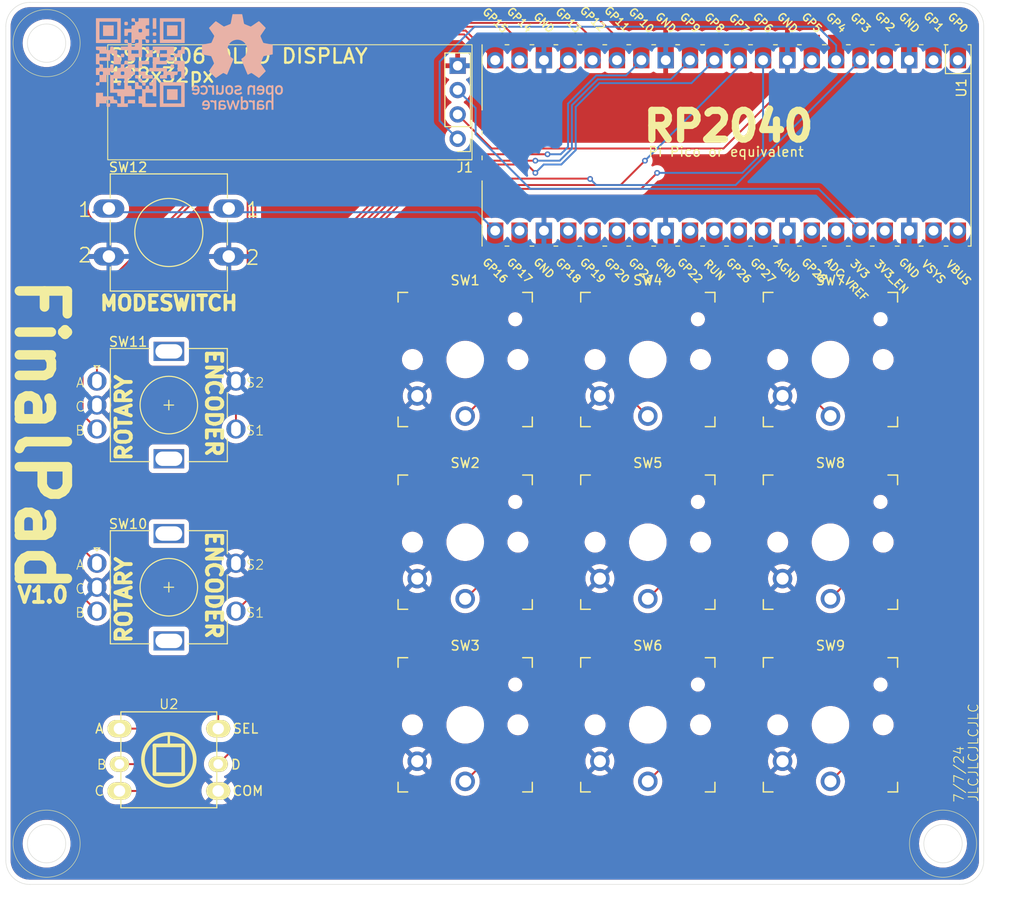
<source format=kicad_pcb>
(kicad_pcb (version 20240108) (generator "pcbnew") (generator_version "8.0")
  (title_block (title "FinalPad") (date "2024-07-06") (rev "1.0") (company "Shawn Malluwa-Wadu"))
  (layers (0 "F.Cu" signal) (31 "B.Cu" signal) (34 "B.Paste" user) (35 "F.Paste" user) (36 "B.SilkS" user "B.Silkscreen") (37 "F.SilkS" user "F.Silkscreen") (38 "B.Mask" user) (39 "F.Mask" user) (44 "Edge.Cuts" user))
  (net 0 "")
  (net 1 "GND")
  (net 2 "Net-(U1-GPIO17)")
  (net 3 "Net-(U1-GPIO20)")
  (net 4 "Net-(U1-GPIO26_ADC0)")
  (net 5 "Net-(U1-GPIO18)")
  (net 6 "Net-(U1-GPIO21)")
  (net 7 "Net-(U1-GPIO27_ADC1)")
  (net 8 "Net-(U1-GPIO19)")
  (net 9 "Net-(U1-GPIO22)")
  (net 10 "Net-(U1-GPIO28_ADC2)")
  (net 11 "Net-(U1-GPIO9)")
  (net 12 "Net-(U1-GPIO7)")
  (net 13 "Net-(U1-GPIO8)")
  (net 14 "Net-(U1-GPIO6)")
  (net 15 "Net-(U1-GPIO3)")
  (net 16 "Net-(J1-Pin_1)")
  (net 17 "Net-(J1-Pin_2)")
  (net 18 "3v3")
  (net 19 "Net-(U1-GPIO12)")
  (net 20 "Net-(U1-GPIO10)")
  (net 21 "Net-(U1-GPIO11)")
  (net 22 "Net-(U1-GPIO14)")
  (net 23 "Net-(U1-GPIO15)")
  (net 24 "Net-(U1-GPIO13)")
  (net 25 "Net-(U1-GPIO16)")
  (footprint "Macropad_Library:SW_PG1350" (layer "F.Cu") (at 212.55 96.8)
    (property "Reference" "SW8" (at 0 -8.255 0) (layer "F.SilkS"))
    (property "Value" "Kailh Choc")
    (pad "" np_thru_hole circle (at -5.5 0) (size 1.7018 1.7018) (drill 1.7018) (layers "*.Cu" "*.Mask"))
    (pad "" np_thru_hole circle (at 0 0) (size 3.429 3.429) (drill 3.429) (layers "*.Cu" "*.Mask"))
    (pad "" np_thru_hole circle (at 5.22 -4.2) (size 0.9906 0.9906) (drill 0.9906) (layers "*.Cu" "*.Mask"))
    (pad "" np_thru_hole circle (at 5.5 0) (size 1.7018 1.7018) (drill 1.7018) (layers "*.Cu" "*.Mask"))
    (pad "1" thru_hole circle (at 0 5.9) (size 2.032 2.032) (drill 1.27) (layers "*.Cu" "*.Mask") (net 9 "Net-(U1-GPIO22)"))
    (pad "2" thru_hole circle (at -5 3.8) (size 2.032 2.032) (drill 1.27) (layers "*.Cu" "*.Mask") (net 1 "GND"))
  )
  (footprint "Macropad_Library:RotaryEncoder" (layer "F.Cu") (at 143.54 82.5)
    (property "Reference" "SW11" (at -4.25 -6.6 0) (layer "F.SilkS"))
    (property "Value" "RotaryEncoder_Switch")
    (fp_text user "ENCODER" (at 3.75 -6 -90) (layer "F.SilkS") (effects (font (size 1.6 1.6) (thickness 0.4) (bold yes)) (justify left bottom)))
    (fp_text user "A" (at -9.25 -1.75 0) (layer "F.SilkS") (effects (font (thickness 0.1)) (justify bottom)))
    (fp_text user "B" (at -9.25 3.25 0) (layer "F.SilkS") (effects (font (thickness 0.1)) (justify bottom)))
    (fp_text user "S2" (at 9 -1.75 0) (layer "F.SilkS") (effects (font (thickness 0.1)) (justify bottom)))
    (fp_text user "C" (at -9.25 0.75 0) (layer "F.SilkS") (effects (font (thickness 0.1)) (justify bottom)))
    (fp_text user "S1" (at 9 3.25 0) (layer "F.SilkS") (effects (font (thickness 0.1)) (justify bottom)))
    (fp_text user "ROTARY" (at -3.75 6 90) (layer "F.SilkS") (effects (font (size 1.6 1.6) (thickness 0.4) (bold yes)) (justify left bottom)))
    (pad "A" thru_hole circle (at -7.5 -2.5) (size 2 2) (drill oval 1 1.5) (layers "*.Cu" "*.Mask") (net 23 "Net-(U1-GPIO15)"))
    (pad "B" thru_hole circle (at -7.5 2.5) (size 2 2) (drill oval 1 1.5) (layers "*.Cu" "*.Mask") (net 22 "Net-(U1-GPIO14)"))
    (pad "C" thru_hole circle (at -7.5 0) (size 2 2) (drill oval 1 1.5) (layers "*.Cu" "*.Mask") (net 1 "GND"))
    (pad "MP" thru_hole rect (at 0 -5.6) (size 3.2 2) (drill oval 2.8 1.5) (layers "*.Cu" "*.Mask"))
    (pad "MP" thru_hole rect (at 0 5.6) (size 3.2 2) (drill oval 2.8 1.5) (layers "*.Cu" "*.Mask"))
    (pad "S1" thru_hole circle (at 7 2.5) (size 2 2) (drill oval 1 1.5) (layers "*.Cu" "*.Mask") (net 24 "Net-(U1-GPIO13)"))
    (pad "S2" thru_hole circle (at 7 -2.5) (size 2 2) (drill oval 1 1.5) (layers "*.Cu" "*.Mask") (net 1 "GND"))
  )
  (footprint "Macropad_Library:SW_PG1350" (layer "F.Cu") (at 193.5 77.75)
    (property "Reference" "SW4" (at 0 -8.255 0) (layer "F.SilkS"))
    (property "Value" "Kailh Choc")
    (pad "" np_thru_hole circle (at -5.5 0) (size 1.7018 1.7018) (drill 1.7018) (layers "*.Cu" "*.Mask"))
    (pad "" np_thru_hole circle (at 0 0) (size 3.429 3.429) (drill 3.429) (layers "*.Cu" "*.Mask"))
    (pad "" np_thru_hole circle (at 5.22 -4.2) (size 0.9906 0.9906) (drill 0.9906) (layers "*.Cu" "*.Mask"))
    (pad "" np_thru_hole circle (at 5.5 0) (size 1.7018 1.7018) (drill 1.7018) (layers "*.Cu" "*.Mask"))
    (pad "1" thru_hole circle (at 0 5.9) (size 2.032 2.032) (drill 1.27) (layers "*.Cu" "*.Mask") (net 5 "Net-(U1-GPIO18)"))
    (pad "2" thru_hole circle (at -5 3.8) (size 2.032 2.032) (drill 1.27) (layers "*.Cu" "*.Mask") (net 1 "GND"))
  )
  (footprint "Macropad_Library:SW_PG1350" (layer "F.Cu") (at 174.45 96.8)
    (property "Reference" "SW2" (at 0 -8.255 0) (layer "F.SilkS"))
    (property "Value" "Kailh Choc")
    (pad "" np_thru_hole circle (at -5.5 0) (size 1.7018 1.7018) (drill 1.7018) (layers "*.Cu" "*.Mask"))
    (pad "" np_thru_hole circle (at 0 0) (size 3.429 3.429) (drill 3.429) (layers "*.Cu" "*.Mask"))
    (pad "" np_thru_hole circle (at 5.22 -4.2) (size 0.9906 0.9906) (drill 0.9906) (layers "*.Cu" "*.Mask"))
    (pad "" np_thru_hole circle (at 5.5 0) (size 1.7018 1.7018) (drill 1.7018) (layers "*.Cu" "*.Mask"))
    (pad "1" thru_hole circle (at 0 5.9) (size 2.032 2.032) (drill 1.27) (layers "*.Cu" "*.Mask") (net 3 "Net-(U1-GPIO20)"))
    (pad "2" thru_hole circle (at -5 3.8) (size 2.032 2.032) (drill 1.27) (layers "*.Cu" "*.Mask") (net 1 "GND"))
  )
  (footprint "Macropad_Library:RotaryEncoder" (layer "F.Cu") (at 143.54 101.5)
    (property "Reference" "SW10" (at -4.25 -6.6 0) (layer "F.SilkS"))
    (property "Value" "RotaryEncoder_Switch")
    (fp_text user "S1" (at 9 3.25 0) (layer "F.SilkS") (effects (font (thickness 0.1)) (justify bottom)))
    (fp_text user "C" (at -9.25 0.75 0) (layer "F.SilkS") (effects (font (thickness 0.1)) (justify bottom)))
    (fp_text user "A" (at -9.25 -1.75 0) (layer "F.SilkS") (effects (font (thickness 0.1)) (justify bottom)))
    (fp_text user "B" (at -9.25 3.25 0) (layer "F.SilkS") (effects (font (thickness 0.1)) (justify bottom)))
    (fp_text user "S2" (at 9 -1.75 0) (layer "F.SilkS") (effects (font (thickness 0.1)) (justify bottom)))
    (fp_text user "ROTARY" (at -3.75 6 90) (layer "F.SilkS") (effects (font (size 1.6 1.6) (thickness 0.4) (bold yes)) (justify left bottom)))
    (fp_text user "ENCODER" (at 3.75 -6 -90) (layer "F.SilkS") (effects (font (size 1.6 1.6) (thickness 0.4) (bold yes)) (justify left bottom)))
    (pad "A" thru_hole circle (at -7.5 -2.5) (size 2 2) (drill oval 1 1.5) (layers "*.Cu" "*.Mask") (net 19 "Net-(U1-GPIO12)"))
    (pad "B" thru_hole circle (at -7.5 2.5) (size 2 2) (drill oval 1 1.5) (layers "*.Cu" "*.Mask") (net 21 "Net-(U1-GPIO11)"))
    (pad "C" thru_hole circle (at -7.5 0) (size 2 2) (drill oval 1 1.5) (layers "*.Cu" "*.Mask") (net 1 "GND"))
    (pad "MP" thru_hole rect (at 0 -5.6) (size 3.2 2) (drill oval 2.8 1.5) (layers "*.Cu" "*.Mask"))
    (pad "MP" thru_hole rect (at 0 5.6) (size 3.2 2) (drill oval 2.8 1.5) (layers "*.Cu" "*.Mask"))
    (pad "S1" thru_hole circle (at 7 2.5) (size 2 2) (drill oval 1 1.5) (layers "*.Cu" "*.Mask") (net 20 "Net-(U1-GPIO10)"))
    (pad "S2" thru_hole circle (at 7 -2.5) (size 2 2) (drill oval 1 1.5) (layers "*.Cu" "*.Mask") (net 1 "GND"))
  )
  (footprint "Macropad_Library:SW_PG1350" (layer "F.Cu") (at 193.5 96.8)
    (property "Reference" "SW5" (at 0 -8.255 0) (layer "F.SilkS"))
    (property "Value" "CherryMX")
    (pad "" np_thru_hole circle (at -5.5 0) (size 1.7018 1.7018) (drill 1.7018) (layers "*.Cu" "*.Mask"))
    (pad "" np_thru_hole circle (at 0 0) (size 3.429 3.429) (drill 3.429) (layers "*.Cu" "*.Mask"))
    (pad "" np_thru_hole circle (at 5.22 -4.2) (size 0.9906 0.9906) (drill 0.9906) (layers "*.Cu" "*.Mask"))
    (pad "" np_thru_hole circle (at 5.5 0) (size 1.7018 1.7018) (drill 1.7018) (layers "*.Cu" "*.Mask"))
    (pad "1" thru_hole circle (at 0 5.9) (size 2.032 2.032) (drill 1.27) (layers "*.Cu" "*.Mask") (net 6 "Net-(U1-GPIO21)"))
    (pad "2" thru_hole circle (at -5 3.8) (size 2.032 2.032) (drill 1.27) (layers "*.Cu" "*.Mask") (net 1 "GND"))
  )
  (footprint "Macropad_Library:Macropad_EdgeCut" (layer "F.Cu") (at 128.54 40.5)
    (property "Reference" "REF**" (hide yes))
    (property "Value" "Macropad_EdgeCut")
    (fp_line (start -2 89.5) (end -2 2.5) (stroke (width 0.05)) (layer "Edge.Cuts"))
    (fp_line (start 0.5 0) (end 97.5 0) (stroke (width 0.05)) (layer "Edge.Cuts"))
    (fp_line (start 97.5 92) (end 0.5 92) (stroke (width 0.05)) (layer "Edge.Cuts"))
    (fp_line (start 100 2.5) (end 100 89.5) (stroke (width 0.05)) (layer "Edge.Cuts"))
    (fp_arc (start -2 2.5) (mid -1.267767 0.732233) (end 0.5 0) (stroke (width 0.05)) (layer "Edge.Cuts"))
    (fp_arc (start 0.5 92) (mid -1.267767 91.267767) (end -2 89.5) (stroke (width 0.05)) (layer "Edge.Cuts"))
    (fp_arc (start 97.5 0) (mid 99.267767 0.732233) (end 100 2.5) (stroke (width 0.05)) (layer "Edge.Cuts"))
    (fp_arc (start 100 89.5) (mid 99.267767 91.267767) (end 97.5 92) (stroke (width 0.05)) (layer "Edge.Cuts"))
    (fp_circle (center 2.25 4.25) (end 4.25 4.25) (stroke (width 0.05)) (fill none) (layer "Edge.Cuts"))
    (fp_circle (center 2.25 87.75) (end 4.25 87.75) (stroke (width 0.05)) (fill none) (layer "Edge.Cuts"))
    (fp_circle (center 95.75 87.75) (end 97.75 87.75) (stroke (width 0.05)) (fill none) (layer "Edge.Cuts"))
    (fp_text user "FinalPad" (at -1.25 28.25 -90) (layer "F.SilkS") (effects (font (size 5 5) (thickness 1) (bold yes)) (justify left bottom)))
    (fp_text user "7/7/24" (at 98 80.5 90) (layer "F.SilkS") (effects (font (thickness 0.1)) (justify bottom)))
    (fp_text user "V1.0" (at -1 62.75 0) (layer "F.SilkS") (effects (font (size 1.6 1.6) (thickness 0.4) (bold yes)) (justify left bottom)))
    (fp_text user "JLCJLCJLCJLC" (at 99.5 78.25 90) (layer "F.SilkS") (effects (font (thickness 0.1)) (justify bottom)))
  )
  (footprint "Macropad_Library:SSD1306" (layer "F.Cu") (at 173.664936 54.725958 180)
    (property "Reference" "J1" (at -0.75 -3 180) (layer "F.SilkS"))
    (property "Value" "Conn_01x04_Socket" (hide yes))
    (fp_text user "128x32px" (at 36.5 5.75 0) (layer "F.SilkS") (effects (font (size 1.5 1.5) (thickness 0.25) (bold yes)) (justify left bottom)))
    (fp_text user "SSD1306 OLED DISPLAY" (at 36.5 7.75 0) (layer "F.SilkS") (effects (font (size 1.5 1.5) (thickness 0.25) (bold yes)) (justify left bottom)))
    (pad "1" thru_hole circle (at 0 0 180) (size 1.7 1.7) (drill 1) (layers "*.Cu" "*.Mask") (net 16 "Net-(J1-Pin_1)"))
    (pad "2" thru_hole circle (at 0 2.54 180) (size 1.7 1.7) (drill 1) (layers "*.Cu" "*.Mask") (net 17 "Net-(J1-Pin_2)"))
    (pad "3" thru_hole oval (at 0 5.08 180) (size 1.7 1.7) (drill 1) (layers "*.Cu" "*.Mask") (net 18 "3v3"))
    (pad "4" thru_hole rect (at 0 7.62 180) (size 1.7 1.7) (drill 1) (layers "*.Cu" "*.Mask") (net 1 "GND"))
  )
  (footprint "Macropad_Library:SW_PG1350" (layer "F.Cu") (at 174.45 115.85)
    (property "Reference" "SW3" (at 0 -8.255 0) (layer "F.SilkS"))
    (property "Value" "Kailh Choc")
    (pad "" np_thru_hole circle (at -5.5 0) (size 1.7018 1.7018) (drill 1.7018) (layers "*.Cu" "*.Mask"))
    (pad "" np_thru_hole circle (at 0 0) (size 3.429 3.429) (drill 3.429) (layers "*.Cu" "*.Mask"))
    (pad "" np_thru_hole circle (at 5.22 -4.2) (size 0.9906 0.9906) (drill 0.9906) (layers "*.Cu" "*.Mask"))
    (pad "" np_thru_hole circle (at 5.5 0) (size 1.7018 1.7018) (drill 1.7018) (layers "*.Cu" "*.Mask"))
    (pad "1" thru_hole circle (at 0 5.9) (size 2.032 2.032) (drill 1.27) (layers "*.Cu" "*.Mask") (net 4 "Net-(U1-GPIO26_ADC0)"))
    (pad "2" thru_hole circle (at -5 3.8) (size 2.032 2.032) (drill 1.27) (layers "*.Cu" "*.Mask") (net 1 "GND"))
  )
  (footprint "Macropad_Library:SW_PG1350" (layer "F.Cu") (at 212.55 77.75)
    (property "Reference" "SW7" (at 0 -8.255 0) (layer "F.SilkS"))
    (property "Value" "Kailh Choc")
    (pad "" np_thru_hole circle (at -5.5 0) (size 1.7018 1.7018) (drill 1.7018) (layers "*.Cu" "*.Mask"))
    (pad "" np_thru_hole circle (at 0 0) (size 3.429 3.429) (drill 3.429) (layers "*.Cu" "*.Mask"))
    (pad "" np_thru_hole circle (at 5.22 -4.2) (size 0.9906 0.9906) (drill 0.9906) (layers "*.Cu" "*.Mask"))
    (pad "" np_thru_hole circle (at 5.5 0) (size 1.7018 1.7018) (drill 1.7018) (layers "*.Cu" "*.Mask"))
    (pad "1" thru_hole circle (at 0 5.9) (size 2.032 2.032) (drill 1.27) (layers "*.Cu" "*.Mask") (net 8 "Net-(U1-GPIO19)"))
    (pad "2" thru_hole circle (at -5 3.8) (size 2.032 2.032) (drill 1.27) (layers "*.Cu" "*.Mask") (net 1 "GND"))
  )
  (footprint "Macropad_Library:SW_PG1350" (layer "F.Cu") (at 193.5 115.85)
    (property "Reference" "SW6" (at 0 -8.255 0) (layer "F.SilkS"))
    (property "Value" "Kailh Choc")
    (pad "" np_thru_hole circle (at -5.5 0) (size 1.7018 1.7018) (drill 1.7018) (layers "*.Cu" "*.Mask"))
    (pad "" np_thru_hole circle (at 0 0) (size 3.429 3.429) (drill 3.429) (layers "*.Cu" "*.Mask"))
    (pad "" np_thru_hole circle (at 5.22 -4.2) (size 0.9906 0.9906) (drill 0.9906) (layers "*.Cu" "*.Mask"))
    (pad "" np_thru_hole circle (at 5.5 0) (size 1.7018 1.7018) (drill 1.7018) (layers "*.Cu" "*.Mask"))
    (pad "1" thru_hole circle (at 0 5.9) (size 2.032 2.032) (drill 1.27) (layers "*.Cu" "*.Mask") (net 7 "Net-(U1-GPIO27_ADC1)"))
    (pad "2" thru_hole circle (at -5 3.8) (size 2.032 2.032) (drill 1.27) (layers "*.Cu" "*.Mask") (net 1 "GND"))
  )
  (footprint "Macropad_Library:SW_PG1350" (layer "F.Cu") (at 212.55 115.85)
    (property "Reference" "SW9" (at 0 -8.255 0) (layer "F.SilkS"))
    (property "Value" "Kailh Choc")
    (pad "" np_thru_hole circle (at -5.5 0) (size 1.7018 1.7018) (drill 1.7018) (layers "*.Cu" "*.Mask"))
    (pad "" np_thru_hole circle (at 0 0) (size 3.429 3.429) (drill 3.429) (layers "*.Cu" "*.Mask"))
    (pad "" np_thru_hole circle (at 5.22 -4.2) (size 0.9906 0.9906) (drill 0.9906) (layers "*.Cu" "*.Mask"))
    (pad "" np_thru_hole circle (at 5.5 0) (size 1.7018 1.7018) (drill 1.7018) (layers "*.Cu" "*.Mask"))
    (pad "1" thru_hole circle (at 0 5.9) (size 2.032 2.032) (drill 1.27) (layers "*.Cu" "*.Mask") (net 10 "Net-(U1-GPIO28_ADC2)"))
    (pad "2" thru_hole circle (at -5 3.8) (size 2.032 2.032) (drill 1.27) (layers "*.Cu" "*.Mask") (net 1 "GND"))
  )
  (footprint "Macropad_Library:SW_PUSH-12mm" (layer "F.Cu") (at 143.54 64.5)
    (property "Reference" "SW12" (at -4.25 -6.8 0) (layer "F.SilkS"))
    (property "Value" "SW_Push")
    (fp_text user "1" (at 8.75 -1.5 0) (layer "F.SilkS") (effects (font (size 1.5 1.5)) (justify bottom)))
    (fp_text user "2" (at -8.75 3.25 0) (layer "F.SilkS") (effects (font (size 1.5 1.5)) (justify bottom)))
    (fp_text user "1" (at -8.75 -1.5 0) (layer "F.SilkS") (effects (font (size 1.5 1.5)) (justify bottom)))
    (fp_text user "2" (at 8.75 3.5 0) (layer "F.SilkS") (effects (font (size 1.5 1.5)) (justify bottom)))
    (fp_text user "MODESWITCH" (at 0 8.25 0) (layer "F.SilkS") (effects (font (size 1.5 1.5) (thickness 0.375) (bold yes)) (justify bottom)))
    (pad "1" thru_hole oval (at -6.25 -2.5) (size 3.2 1.9) (drill 1.3) (layers "*.Cu" "*.Mask") (net 25 "Net-(U1-GPIO16)"))
    (pad "1" thru_hole oval (at 6.25 -2.5) (size 3.2 1.9) (drill 1.3) (layers "*.Cu" "*.Mask") (net 25 "Net-(U1-GPIO16)"))
    (pad "2" thru_hole oval (at -6.25 2.5) (size 3.2 1.9) (drill 1.3) (layers "*.Cu" "*.Mask") (net 1 "GND"))
    (pad "2" thru_hole oval (at 6.25 2.5) (size 3.2 1.9) (drill 1.3) (layers "*.Cu" "*.Mask") (net 1 "GND"))
  )
  (footprint "Macropad_Library:SW_PG1350" (layer "F.Cu") (at 174.45 77.75)
    (property "Reference" "SW1" (at 0 -8.255 0) (layer "F.SilkS"))
    (property "Value" "Kailh Choc")
    (pad "" np_thru_hole circle (at -5.5 0) (size 1.7018 1.7018) (drill 1.7018) (layers "*.Cu" "*.Mask"))
    (pad "" np_thru_hole circle (at 0 0) (size 3.429 3.429) (drill 3.429) (layers "*.Cu" "*.Mask"))
    (pad "" np_thru_hole circle (at 5.22 -4.2) (size 0.9906 0.9906) (drill 0.9906) (layers "*.Cu" "*.Mask"))
    (pad "" np_thru_hole circle (at 5.5 0) (size 1.7018 1.7018) (drill 1.7018) (layers "*.Cu" "*.Mask"))
    (pad "1" thru_hole circle (at 0 5.9) (size 2.032 2.032) (drill 1.27) (layers "*.Cu" "*.Mask") (net 2 "Net-(U1-GPIO17)"))
    (pad "2" thru_hole circle (at -5 3.8) (size 2.032 2.032) (drill 1.27) (layers "*.Cu" "*.Mask") (net 1 "GND"))
  )
  (footprint "Macropad_Library:RPi_Pico_SMD_TH" (layer "F.Cu") (at 201.712 55.417 -90)
    (property "Reference" "U1" (at -6 -24.5 90) (layer "F.SilkS"))
    (property "Value" "Pico")
    (fp_text user "GP22" (at 13.054 3.81 135) (layer "F.SilkS") (effects (font (size 0.8 0.8))))
    (fp_text user "GP9" (at -12.8 3.81 135) (layer "F.SilkS") (effects (font (size 0.8 0.8))))
    (fp_text user "GP19" (at 13.054 13.97 135) (layer "F.SilkS") (effects (font (size 0.8 0.8))))
    (fp_text user "GP13" (at -13.054 16.51 135) (layer "F.SilkS") (effects (font (size 0.8 0.8))))
    (fp_text user "GND" (at -12.8 -19.05 135) (layer "F.SilkS") (effects (font (size 0.8 0.8))))
    (fp_text user "3V3_EN" (at 13.7 -17.2 135) (layer "F.SilkS") (effects (font (size 0.8 0.8))))
    (fp_text user "GP15" (at -13.054 24.13 135) (layer "F.SilkS") (effects (font (size 0.8 0.8))))
    (fp_text user "GP26" (at 13.054 -1.27 135) (layer "F.SilkS") (effects (font (size 0.8 0.8))))
    (fp_text user "GP7" (at -12.7 -1.3 135) (layer "F.SilkS") (effects (font (size 0.8 0.8))))
    (fp_text user "GP0" (at -12.8 -24.13 135) (layer "F.SilkS") (effects (font (size 0.8 0.8))))
    (fp_text user "GND" (at 12.8 -19.05 135) (layer "F.SilkS") (effects (font (size 0.8 0.8))))
    (fp_text user "Pi Pico or equivalent" (at 1.25 8.25 0) (layer "F.SilkS") (effects (justify left bottom)))
    (fp_text user "GP3" (at -12.8 -13.97 135) (layer "F.SilkS") (effects (font (size 0.8 0.8))))
    (fp_text user "GP28" (at 13.054 -9.144 135) (layer "F.SilkS") (effects (font (size 0.8 0.8))))
    (fp_text user "GND" (at 12.8 6.35 135) (layer "F.SilkS") (effects (font (size 0.8 0.8))))
    (fp_text user "GP27" (at 13.054 -3.8 135) (layer "F.SilkS") (effects (font (size 0.8 0.8))))
    (fp_text user "GND" (at -12.8 19.05 135) (layer "F.SilkS") (effects (font (size 0.8 0.8))))
    (fp_text user "GP18" (at 13.054 16.51 135) (layer "F.SilkS") (effects (font (size 0.8 0.8))))
    (fp_text user "GND" (at -12.8 -6.35 135) (layer "F.SilkS") (effects (font (size 0.8 0.8))))
    (fp_text user "GP20" (at 13.054 11.43 135) (layer "F.SilkS") (effects (font (size 0.8 0.8))))
    (fp_text user "GP14" (at -13.1 21.59 135) (layer "F.SilkS") (effects (font (size 0.8 0.8))))
    (fp_text user "GP4" (at -12.8 -11.43 135) (layer "F.SilkS") (effects (font (size 0.8 0.8))))
    (fp_text user "ADC_VREF" (at 14 -12.5 135) (layer "F.SilkS") (effects (font (size 0.8 0.8))))
    (fp_text user "VBUS" (at 13.3 -24.2 135) (layer "F.SilkS") (effects (font (size 0.8 0.8))))
    (fp_text user "GP21" (at 13.054 8.9 135) (layer "F.SilkS") (effects (font (size 0.8 0.8))))
    (fp_text user "GP10" (at -13.054 8.89 135) (layer "F.SilkS") (effects (font (size 0.8 0.8))))
    (fp_text user "GND" (at -12.8 6.35 135) (layer "F.SilkS") (effects (font (size 0.8 0.8))))
    (fp_text user "GND" (at 12.8 19.05 135) (layer "F.SilkS") (effects (font (size 0.8 0.8))))
    (fp_text user "GP16" (at 13.054 24.13 135) (layer "F.SilkS") (effects (font (size 0.8 0.8))))
    (fp_text user "GP11" (at -13.2 11.43 135) (layer "F.SilkS") (effects (font (size 0.8 0.8))))
    (fp_text user "GP8" (at -12.8 1.27 135) (layer "F.SilkS") (effects (font (size 0.8 0.8))))
    (fp_text user "GP6" (at -12.8 -3.81 135) (layer "F.SilkS") (effects (font (size 0.8 0.8))))
    (fp_text user "GP2" (at -12.9 -16.51 135) (layer "F.SilkS") (effects (font (size 0.8 0.8))))
    (fp_text user "GP5" (at -12.8 -8.89 135) (layer "F.SilkS") (effects (font (size 0.8 0.8))))
    (fp_text user "AGND" (at 13.054 -6.35 135) (layer "F.SilkS") (effects (font (size 0.8 0.8))))
    (fp_text user "GP17" (at 13.054 21.59 135) (layer "F.SilkS") (effects (font (size 0.8 0.8))))
    (fp_text user "GP12" (at -13.2 13.97 135) (layer "F.SilkS") (effects (font (size 0.8 0.8))))
    (fp_text user "RUN" (at 13 1.27 135) (layer "F.SilkS") (effects (font (size 0.8 0.8))))
    (fp_text user "3V3" (at 12.9 -13.9 135) (layer "F.SilkS") (effects (font (size 0.8 0.8))))
    (fp_text user "VSYS" (at 13.2 -21.59 135) (layer "F.SilkS") (effects (font (size 0.8 0.8))))
    (fp_text user "RP2040" (at -0.25 9 0) (layer "F.SilkS") (effects (font (size 3 3) (thickness 0.75) (bold yes)) (justify left bottom)))
    (fp_text user "GP1" (at -12.9 -21.6 135) (layer "F.SilkS") (effects (font (size 0.8 0.8))))
    (pad "1" thru_hole oval (at -8.89 -24.13 270) (size 1.7 1.7) (drill 1.02) (layers "*.Cu" "*.Mask"))
    (pad "1" smd rect (at -8.89 -24.13 270) (size 3.5 1.7) (drill (offset -0.9 0)) (layers "F.Cu" "F.Mask"))
    (pad "2" thru_hole oval (at -8.89 -21.59 270) (size 1.7 1.7) (drill 1.02) (layers "*.Cu" "*.Mask"))
    (pad "2" smd rect (at -8.89 -21.59 270) (size 3.5 1.7) (drill (offset -0.9 0)) (layers "F.Cu" "F.Mask"))
    (pad "3" thru_hole rect (at -8.89 -19.05 270) (size 1.7 1.7) (drill 1.02) (layers "*.Cu" "*.Mask") (net 1 "GND"))
    (pad "3" smd rect (at -8.89 -19.05 270) (size 3.5 1.7) (drill (offset -0.9 0)) (layers "F.Cu" "F.Mask") (net 1 "GND"))
    (pad "4" thru_hole oval (at -8.89 -16.51 270) (size 1.7 1.7) (drill 1.02) (layers "*.Cu" "*.Mask"))
    (pad "4" smd rect (at -8.89 -16.51 270) (size 3.5 1.7) (drill (offset -0.9 0)) (layers "F.Cu" "F.Mask"))
    (pad "5" thru_hole oval (at -8.89 -13.97 270) (size 1.7 1.7) (drill 1.02) (layers "*.Cu" "*.Mask") (net 15 "Net-(U1-GPIO3)"))
    (pad "5" smd rect (at -8.89 -13.97 270) (size 3.5 1.7) (drill (offset -0.9 0)) (layers "F.Cu" "F.Mask") (net 15 "Net-(U1-GPIO3)"))
    (pad "6" thru_hole oval (at -8.89 -11.43 270) (size 1.7 1.7) (drill 1.02) (layers "*.Cu" "*.Mask") (net 16 "Net-(J1-Pin_1)"))
    (pad "6" smd rect (at -8.89 -11.43 270) (size 3.5 1.7) (drill (offset -0.9 0)) (layers "F.Cu" "F.Mask") (net 16 "Net-(J1-Pin_1)"))
    (pad "7" thru_hole oval (at -8.89 -8.89 270) (size 1.7 1.7) (drill 1.02) (layers "*.Cu" "*.Mask") (net 17 "Net-(J1-Pin_2)"))
    (pad "7" smd rect (at -8.89 -8.89 270) (size 3.5 1.7) (drill (offset -0.9 0)) (layers "F.Cu" "F.Mask") (net 17 "Net-(J1-Pin_2)"))
    (pad "8" thru_hole rect (at -8.89 -6.35 270) (size 1.7 1.7) (drill 1.02) (layers "*.Cu" "*.Mask") (net 1 "GND"))
    (pad "8" smd rect (at -8.89 -6.35 270) (size 3.5 1.7) (drill (offset -0.9 0)) (layers "F.Cu" "F.Mask") (net 1 "GND"))
    (pad "9" thru_hole oval (at -8.89 -3.81 270) (size 1.7 1.7) (drill 1.02) (layers "*.Cu" "*.Mask") (net 14 "Net-(U1-GPIO6)"))
    (pad "9" smd rect (at -8.89 -3.81 270) (size 3.5 1.7) (drill (offset -0.9 0)) (layers "F.Cu" "F.Mask") (net 14 "Net-(U1-GPIO6)"))
    (pad "10" thru_hole oval (at -8.89 -1.27 270) (size 1.7 1.7) (drill 1.02) (layers "*.Cu" "*.Mask") (net 12 "Net-(U1-GPIO7)"))
    (pad "10" smd rect (at -8.89 -1.27 270) (size 3.5 1.7) (drill (offset -0.9 0)) (layers "F.Cu" "F.Mask") (net 12 "Net-(U1-GPIO7)"))
    (pad "11" thru_hole oval (at -8.89 1.27 270) (size 1.7 1.7) (drill 1.02) (layers "*.Cu" "*.Mask") (net 13 "Net-(U1-GPIO8)"))
    (pad "11" smd rect (at -8.89 1.27 270) (size 3.5 1.7) (drill (offset -0.9 0)) (layers "F.Cu" "F.Mask") (net 13 "Net-(U1-GPIO8)"))
    (pad "12" thru_hole oval (at -8.89 3.81 270) (size 1.7 1.7) (drill 1.02) (layers "*.Cu" "*.Mask") (net 11 "Net-(U1-GPIO9)"))
    (pad "12" smd rect (at -8.89 3.81 270) (size 3.5 1.7) (drill (offset -0.9 0)) (layers "F.Cu" "F.Mask") (net 11 "Net-(U1-GPIO9)"))
    (pad "13" thru_hole rect (at -8.89 6.35 270) (size 1.7 1.7) (drill 1.02) (layers "*.Cu" "*.Mask") (net 1 "GND"))
    (pad "13" smd rect (at -8.89 6.35 270) (size 3.5 1.7) (drill (offset -0.9 0)) (layers "F.Cu" "F.Mask") (net 1 "GND"))
    (pad "14" thru_hole oval (at -8.89 8.89 270) (size 1.7 1.7) (drill 1.02) (layers "*.Cu" "*.Mask") (net 20 "Net-(U1-GPIO10)"))
    (pad "14" smd rect (at -8.89 8.89 270) (size 3.5 1.7) (drill (offset -0.9 0)) (layers "F.Cu" "F.Mask") (net 20 "Net-(U1-GPIO10)"))
    (pad "15" thru_hole oval (at -8.89 11.43 270) (size 1.7 1.7) (drill 1.02) (layers "*.Cu" "*.Mask") (net 21 "Net-(U1-GPIO11)"))
    (pad "15" smd rect (at -8.89 11.43 270) (size 3.5 1.7) (drill (offset -0.9 0)) (layers "F.Cu" "F.Mask") (net 21 "Net-(U1-GPIO11)"))
    (pad "16" thru_hole oval (at -8.89 13.97 270) (size 1.7 1.7) (drill 1.02) (layers "*.Cu" "*.Mask") (net 19 "Net-(U1-GPIO12)"))
    (pad "16" smd rect (at -8.89 13.97 270) (size 3.5 1.7) (drill (offset -0.9 0)) (layers "F.Cu" "F.Mask") (net 19 "Net-(U1-GPIO12)"))
    (pad "17" thru_hole oval (at -8.89 16.51 270) (size 1.7 1.7) (drill 1.02) (layers "*.Cu" "*.Mask") (net 24 "Net-(U1-GPIO13)"))
    (pad "17" smd rect (at -8.89 16.51 270) (size 3.5 1.7) (drill (offset -0.9 0)) (layers "F.Cu" "F.Mask") (net 24 "Net-(U1-GPIO13)"))
    (pad "18" thru_hole rect (at -8.89 19.05 270) (size 1.7 1.7) (drill 1.02) (layers "*.Cu" "*.Mask") (net 1 "GND"))
    (pad "18" smd rect (at -8.89 19.05 270) (size 3.5 1.7) (drill (offset -0.9 0)) (layers "F.Cu" "F.Mask") (net 1 "GND"))
    (pad "19" thru_hole oval (at -8.89 21.59 270) (size 1.7 1.7) (drill 1.02) (layers "*.Cu" "*.Mask") (net 22 "Net-(U1-GPIO14)"))
    (pad "19" smd rect (at -8.89 21.59 270) (size 3.5 1.7) (drill (offset -0.9 0)) (layers "F.Cu" "F.Mask") (net 22 "Net-(U1-GPIO14)"))
    (pad "20" thru_hole oval (at -8.89 24.13 270) (size 1.7 1.7) (drill 1.02) (layers "*.Cu" "*.Mask") (net 23 "Net-(U1-GPIO15)"))
    (pad "20" smd rect (at -8.89 24.13 270) (size 3.5 1.7) (drill (offset -0.9 0)) (layers "F.Cu" "F.Mask") (net 23 "Net-(U1-GPIO15)"))
    (pad "21" thru_hole oval (at 8.89 24.13 270) (size 1.7 1.7) (drill 1.02) (layers "*.Cu" "*.Mask") (net 25 "Net-(U1-GPIO16)"))
    (pad "21" smd rect (at 8.89 24.13 270) (size 3.5 1.7) (drill (offset 0.9 0)) (layers "F.Cu" "F.Mask") (net 25 "Net-(U1-GPIO16)"))
    (pad "22" thru_hole oval (at 8.89 21.59 270) (size 1.7 1.7) (drill 1.02) (layers "*.Cu" "*.Mask") (net 2 "Net-(U1-GPIO17)"))
    (pad "22" smd rect (at 8.89 21.59 270) (size 3.5 1.7) (drill (offset 0.9 0)) (layers "F.Cu" "F.Mask") (net 2 "Net-(U1-GPIO17)"))
    (pad "23" thru_hole rect (at 8.89 19.05 270) (size 1.7 1.7) (drill 1.02) (layers "*.Cu" "*.Mask") (net 1 "GND"))
    (pad "23" smd rect (at 8.89 19.05 270) (size 3.5 1.7) (drill (offset 0.9 0)) (layers "F.Cu" "F.Mask") (net 1 "GND"))
    (pad "24" thru_hole oval (at 8.89 16.51 270) (size 1.7 1.7) (drill 1.02) (layers "*.Cu" "*.Mask") (net 5 "Net-(U1-GPIO18)"))
    (pad "24" smd rect (at 8.89 16.51 270) (size 3.5 1.7) (drill (offset 0.9 0)) (layers "F.Cu" "F.Mask") (net 5 "Net-(U1-GPIO18)"))
    (pad "25" thru_hole oval (at 8.89 13.97 270) (size 1.7 1.7) (drill 1.02) (layers "*.Cu" "*.Mask") (net 8 "Net-(U1-GPIO19)"))
    (pad "25" smd rect (at 8.89 13.97 270) (size 3.5 1.7) (drill (offset 0.9 0)) (layers "F.Cu" "F.Mask") (net 8 "Net-(U1-GPIO19)"))
    (pad "26" thru_hole oval (at 8.89 11.43 270) (size 1.7 1.7) (drill 1.02) (layers "*.Cu" "*.Mask") (net 3 "Net-(U1-GPIO20)"))
    (pad "26" smd rect (at 8.89 11.43 270) (size 3.5 1.7) (drill (offset 0.9 0)) (layers "F.Cu" "F.Mask") (net 3 "Net-(U1-GPIO20)"))
    (pad "27" thru_hole oval (at 8.89 8.89 270) (size 1.7 1.7) (drill 1.02) (layers "*.Cu" "*.Mask") (net 6 "Net-(U1-GPIO21)"))
    (pad "27" smd rect (at 8.89 8.89 270) (size 3.5 1.7) (drill (offset 0.9 0)) (layers "F.Cu" "F.Mask") (net 6 "Net-(U1-GPIO21)"))
    (pad "28" thru_hole rect (at 8.89 6.35 270) (size 1.7 1.7) (drill 1.02) (layers "*.Cu" "*.Mask") (net 1 "GND"))
    (pad "28" smd rect (at 8.89 6.35 270) (size 3.5 1.7) (drill (offset 0.9 0)) (layers "F.Cu" "F.Mask") (net 1 "GND"))
    (pad "29" thru_hole oval (at 8.89 3.81 270) (size 1.7 1.7) (drill 1.02) (layers "*.Cu" "*.Mask") (net 9 "Net-(U1-GPIO22)"))
    (pad "29" smd rect (at 8.89 3.81 270) (size 3.5 1.7) (drill (offset 0.9 0)) (layers "F.Cu" "F.Mask") (net 9 "Net-(U1-GPIO22)"))
    (pad "30" thru_hole oval (at 8.89 1.27 270) (size 1.7 1.7) (drill 1.02) (layers "*.Cu" "*.Mask"))
    (pad "30" smd rect (at 8.89 1.27 270) (size 3.5 1.7) (drill (offset 0.9 0)) (layers "F.Cu" "F.Mask"))
    (pad "31" thru_hole oval (at 8.89 -1.27 270) (size 1.7 1.7) (drill 1.02) (layers "*.Cu" "*.Mask") (net 4 "Net-(U1-GPIO26_ADC0)"))
    (pad "31" smd rect (at 8.89 -1.27 270) (size 3.5 1.7) (drill (offset 0.9 0)) (layers "F.Cu" "F.Mask") (net 4 "Net-(U1-GPIO26_ADC0)"))
    (pad "32" thru_hole oval (at 8.89 -3.81 270) (size 1.7 1.7) (drill 1.02) (layers "*.Cu" "*.Mask") (net 7 "Net-(U1-GPIO27_ADC1)"))
    (pad "32" smd rect (at 8.89 -3.81 270) (size 3.5 1.7) (drill (offset 0.9 0)) (layers "F.Cu" "F.Mask") (net 7 "Net-(U1-GPIO27_ADC1)"))
    (pad "33" thru_hole rect (at 8.89 -6.35 270) (size 1.7 1.7) (drill 1.02) (layers "*.Cu" "*.Mask") (net 1 "GND"))
    (pad "33" smd rect (at 8.89 -6.35 270) (size 3.5 1.7) (drill (offset 0.9 0)) (layers "F.Cu" "F.Mask") (net 1 "GND"))
    (pad "34" thru_hole oval (at 8.89 -8.89 270) (size 1.7 1.7) (drill 1.02) (layers "*.Cu" "*.Mask") (net 10 "Net-(U1-GPIO28_ADC2)"))
    (pad "34" smd rect (at 8.89 -8.89 270) (size 3.5 1.7) (drill (offset 0.9 0)) (layers "F.Cu" "F.Mask") (net 10 "Net-(U1-GPIO28_ADC2)"))
    (pad "35" thru_hole oval (at 8.89 -11.43 270) (size 1.7 1.7) (drill 1.02) (layers "*.Cu" "*.Mask"))
    (pad "35" smd rect (at 8.89 -11.43 270) (size 3.5 1.7) (drill (offset 0.9 0)) (layers "F.Cu" "F.Mask"))
    (pad "36" thru_hole oval (at 8.89 -13.97 270) (size 1.7 1.7) (drill 1.02) (layers "*.Cu" "*.Mask") (net 18 "3v3"))
    (pad "36" smd rect (at 8.89 -13.97 270) (size 3.5 1.7) (drill (offset 0.9 0)) (layers "F.Cu" "F.Mask") (net 18 "3v3"))
    (pad "37" thru_hole oval (at 8.89 -16.51 270) (size 1.7 1.7) (drill 1.02) (layers "*.Cu" "*.Mask"))
    (pad "37" smd rect (at 8.89 -16.51 270) (size 3.5 1.7) (drill (offset 0.9 0)) (layers "F.Cu" "F.Mask"))
    (pad "38" thru_hole rect (at 8.89 -19.05 270) (size 1.7 1.7) (drill 1.02) (layers "*.Cu" "*.Mask") (net 1 "GND"))
    (pad "38" smd rect (at 8.89 -19.05 270) (size 3.5 1.7) (drill (offset 0.9 0)) (layers "F.Cu" "F.Mask") (net 1 "GND"))
    (pad "39" thru_hole oval (at 8.89 -21.59 270) (size 1.7 1.7) (drill 1.02) (layers "*.Cu" "*.Mask"))
    (pad "39" smd rect (at 8.89 -21.59 270) (size 3.5 1.7) (drill (offset 0.9 0)) (layers "F.Cu" "F.Mask"))
    (pad "40" thru_hole oval (at 8.89 -24.13 270) (size 1.7 1.7) (drill 1.02) (layers "*.Cu" "*.Mask"))
    (pad "40" smd rect (at 8.89 -24.13 270) (size 3.5 1.7) (drill (offset 0.9 0)) (layers "F.Cu" "F.Mask"))
  )
  (footprint "Macropad_Library:SKQUCAA010" (layer "F.Cu") (at 143.54 119.5)
    (property "Reference" "U2" (at 0 -5.8 0) (layer "F.SilkS") (effects (font (thickness 0.127))))
    (property "Value" "SKQUCAA010" (hide yes))
    (fp_text user "B" (at -7 0.5 0) (layer "F.SilkS") (effects (font (thickness 0.127))))
    (fp_text user "A" (at -7.25 -3.25 0) (layer "F.SilkS"))
    (fp_text user "D" (at 7 0.5 0) (layer "F.SilkS"))
    (fp_text user "C" (at -7.25 3.25 0) (layer "F.SilkS") (effects (font (thickness 0.127))))
    (fp_text user "SEL" (at 8 -3.25 0) (layer "F.SilkS"))
    (fp_text user "COM" (at 8.25 3.25 0) (layer "F.SilkS"))
    (pad "1" thru_hole oval (at -5.15112 -3.2512) (size 2.49936 1.80086) (drill 1.19888) (layers "*.Cu" "*.Mask" "F.SilkS") (net 11 "Net-(U1-GPIO9)"))
    (pad "2" thru_hole oval (at -5.15112 0.45) (size 1.99898 1.6002) (drill 1.00076) (layers "*.Cu" "*.Mask" "F.SilkS") (net 13 "Net-(U1-GPIO8)"))
    (pad "3" thru_hole oval (at -5.15112 3.2512) (size 2.49936 1.80086) (drill 1.19888) (layers "*.Cu" "*.Mask" "F.SilkS") (net 12 "Net-(U1-GPIO7)"))
    (pad "4" thru_hole oval (at 5.15112 3.2512) (size 2.49936 1.80086) (drill 1.19888) (layers "*.Cu" "*.Mask" "F.SilkS") (net 1 "GND"))
    (pad "5" thru_hole oval (at 5.15112 0.45) (size 1.99898 1.6002) (drill 1.00076) (layers "*.Cu" "*.Mask" "F.SilkS") (net 14 "Net-(U1-GPIO6)"))
    (pad "6" thru_hole oval (at 5.15112 -3.2512) (size 2.49936 1.80086) (drill 1.19888) (layers "*.Cu" "*.Mask" "F.SilkS") (net 15 "Net-(U1-GPIO3)"))
  )
  (segment (start 176.54 70.832) (end 176.54 81.56) (width 0.2) (layer "F.Cu") (net 2))
  (segment (start 180.122 64.307) (end 180.122 67.25) (width 0.2) (layer "F.Cu") (net 2))
  (segment (start 180.122 67.25) (end 176.54 70.832) (width 0.2) (layer "F.Cu") (net 2))
  (segment (start 176.54 81.56) (end 174.45 83.65) (width 0.2) (layer "F.Cu") (net 2))
  (segment (start 176.79 89.75) (end 176.79 100.396183) (width 0.2) (layer "F.Cu") (net 3))
  (segment (start 216.908628 86.25) (end 180.29 86.25) (width 0.2) (layer "F.Cu") (net 3))
  (segment (start 174.486183 102.7) (end 174.45 102.7) (width 0.2) (layer "F.Cu") (net 3))
  (segment (start 221.14 82.018628) (end 216.908628 86.25) (width 0.2) (layer "F.Cu") (net 3))
  (segment (start 190.282 64.307) (end 190.282 67.742) (width 0.2) (layer "F.Cu") (net 3))
  (segment (start 190.282 67.742) (end 193.79 71.25) (width 0.2) (layer "F.Cu") (net 3))
  (segment (start 176.79 100.396183) (end 174.486183 102.7) (width 0.2) (layer "F.Cu") (net 3))
  (segment (start 180.29 86.25) (end 176.79 89.75) (width 0.2) (layer "F.Cu") (net 3))
  (segment (start 221.14 75.6) (end 221.14 82.018628) (width 0.2) (layer "F.Cu") (net 3))
  (segment (start 193.79 71.25) (end 216.79 71.25) (width 0.2) (layer "F.Cu") (net 3))
  (segment (start 216.79 71.25) (end 221.14 75.6) (width 0.2) (layer "F.Cu") (net 3))
  (segment (start 176.54 108.75) (end 176.54 119.66) (width 0.2) (layer "F.Cu") (net 4))
  (segment (start 202.982 68.192) (end 204.54 69.75) (width 0.2) (layer "F.Cu") (net 4))
  (segment (start 176.54 119.66) (end 174.45 121.75) (width 0.2) (layer "F.Cu") (net 4))
  (segment (start 216.004 106.236) (end 179.054 106.236) (width 0.2) (layer "F.Cu") (net 4))
  (segment (start 222.34 74.931372) (end 222.34 99.9) (width 0.2) (layer "F.Cu") (net 4))
  (segment (start 222.34 99.9) (end 216.004 106.236) (width 0.2) (layer "F.Cu") (net 4))
  (segment (start 179.054 106.236) (end 176.54 108.75) (width 0.2) (layer "F.Cu") (net 4))
  (segment (start 202.982 64.307) (end 202.982 68.192) (width 0.2) (layer "F.Cu") (net 4))
  (segment (start 204.54 69.75) (end 217.158628 69.75) (width 0.2) (layer "F.Cu") (net 4))
  (segment (start 217.158628 69.75) (end 222.34 74.931372) (width 0.2) (layer "F.Cu") (net 4))
  (segment (start 185.202 67.662) (end 185.202 64.307) (width 0.2) (layer "F.Cu") (net 5))
  (segment (start 193.5 83.65) (end 191.4355 81.5855) (width 0.2) (layer "F.Cu") (net 5))
  (segment (start 191.4355 73.8955) (end 185.202 67.662) (width 0.2) (layer "F.Cu") (net 5))
  (segment (start 191.4355 81.5855) (end 191.4355 73.8955) (width 0.2) (layer "F.Cu") (net 5))
  (segment (start 195.5645 100.6355) (end 195.5645 89.8505) (width 0.2) (layer "F.Cu") (net 6))
  (segment (start 195.5645 89.8505) (end 198.665 86.75) (width 0.2) (layer "F.Cu") (net 6))
  (segment (start 195.79 70.75) (end 192.822 67.782) (width 0.2) (layer "F.Cu") (net 6))
  (segment (start 193.5 102.7) (end 195.5645 100.6355) (width 0.2) (layer "F.Cu") (net 6))
  (segment (start 217.027256 70.75) (end 195.79 70.75) (width 0.2) (layer "F.Cu") (net 6))
  (segment (start 216.974314 86.75) (end 221.54 82.184314) (width 0.2) (layer "F.Cu") (net 6))
  (segment (start 221.54 75.262744) (end 217.027256 70.75) (width 0.2) (layer "F.Cu") (net 6))
  (segment (start 221.54 82.184314) (end 221.54 75.262744) (width 0.2) (layer "F.Cu") (net 6))
  (segment (start 198.665 86.75) (end 216.974314 86.75) (width 0.2) (layer "F.Cu") (net 6))
  (segment (start 192.822 67.782) (end 192.822 64.307) (width 0.2) (layer "F.Cu") (net 6))
  (segment (start 197.904 106.636) (end 195.54 109) (width 0.2) (layer "F.Cu") (net 7))
  (segment (start 195.54 109) (end 195.5645 109.0245) (width 0.2) (layer "F.Cu") (net 7))
  (segment (start 216.169685 106.636) (end 197.904 106.636) (width 0.2) (layer "F.Cu") (net 7))
  (segment (start 205.522 64.307) (end 205.522 68.062) (width 0.2) (layer "F.Cu") (net 7))
  (segment (start 206.71 69.25) (end 217.224314 69.25) (width 0.2) (layer "F.Cu") (net 7))
  (segment (start 222.74 74.765686) (end 222.74 100.065685) (width 0.2) (layer "F.Cu") (net 7))
  (segment (start 195.5645 109.0245) (end 195.5645 119.6855) (width 0.2) (layer "F.Cu") (net 7))
  (segment (start 195.5645 119.6855) (end 193.5 121.75) (width 0.2) (layer "F.Cu") (net 7))
  (segment (start 217.224314 69.25) (end 222.74 74.765686) (width 0.2) (layer "F.Cu") (net 7))
  (segment (start 222.74 100.065685) (end 216.169685 106.636) (width 0.2) (layer "F.Cu") (net 7))
  (segment (start 205.522 68.062) (end 206.71 69.25) (width 0.2) (layer "F.Cu") (net 7))
  (segment (start 187.742 67.702) (end 187.742 64.307) (width 0.2) (layer "F.Cu") (net 8))
  (segment (start 210.4855 74.1955) (end 207.94 71.65) (width 0.2) (layer "F.Cu") (net 8))
  (segment (start 207.94 71.65) (end 191.69 71.65) (width 0.2) (layer "F.Cu") (net 8))
  (segment (start 212.55 83.65) (end 210.4855 81.5855) (width 0.2) (layer "F.Cu") (net 8))
  (segment (start 191.69 71.65) (end 187.742 67.702) (width 0.2) (layer "F.Cu") (net 8))
  (segment (start 210.4855 81.5855) (end 210.4855 74.1955) (width 0.2) (layer "F.Cu") (net 8))
  (segment (start 221.94 75.097058) (end 216.992942 70.15) (width 0.2) (layer "F.Cu") (net 9))
  (segment (start 212.55 102.7) (end 214.6145 100.6355) (width 0.2) (layer "F.Cu") (net 9))
  (segment (start 216.992942 70.15) (end 200.44 70.15) (width 0.2) (layer "F.Cu") (net 9))
  (segment (start 200.44 70.15) (end 197.902 67.612) (width 0.2) (layer "F.Cu") (net 9))
  (segment (start 221.94 82.6) (end 221.94 75.097058) (width 0.2) (layer "F.Cu") (net 9))
  (segment (start 214.6145 100.6355) (end 214.6145 89.9255) (width 0.2) (layer "F.Cu") (net 9))
  (segment (start 214.6145 89.9255) (end 221.94 82.6) (width 0.2) (layer "F.Cu") (net 9))
  (segment (start 197.902 67.612) (end 197.902 64.307) (width 0.2) (layer "F.Cu") (net 9))
  (segment (start 212.04 68.75) (end 217.29 68.75) (width 0.2) (layer "F.Cu") (net 10))
  (segment (start 223.14 100.4) (end 214.6145 108.9255) (width 0.2) (layer "F.Cu") (net 10))
  (segment (start 217.29 68.75) (end 223.14 74.6) (width 0.2) (layer "F.Cu") (net 10))
  (segment (start 210.602 67.312) (end 212.04 68.75) (width 0.2) (layer "F.Cu") (net 10))
  (segment (start 214.6145 108.9255) (end 214.6145 119.6855) (width 0.2) (layer "F.Cu") (net 10))
  (segment (start 223.14 74.6) (end 223.14 100.4) (width 0.2) (layer "F.Cu") (net 10))
  (segment (start 210.602 64.307) (end 210.602 67.312) (width 0.2) (layer "F.Cu") (net 10))
  (segment (start 214.6145 119.6855) (end 212.55 121.75) (width 0.2) (layer "F.Cu") (net 10))
  (segment (start 169.635686 57.01) (end 155.5 71.145686) (width 0.2) (layer "F.Cu") (net 11))
  (segment (start 144.5412 116.2488) (end 138.38888 116.2488) (width 0.2) (layer "F.Cu") (net 11))
  (segment (start 181.77 57.01) (end 169.635686 57.01) (width 0.2) (layer "F.Cu") (net 11))
  (segment (start 155.5 105.29) (end 144.5412 116.2488) (width 0.2) (layer "F.Cu") (net 11))
  (segment (start 155.5 71.145686) (end 155.5 105.29) (width 0.2) (layer "F.Cu") (net 11))
  (via (at 181.77 57.01) (size 0.6) (drill 0.3) (layers "F.Cu" "B.Cu") (net 11))
  (segment (start 185.58 51.225686) (end 188.285686 48.52) (width 0.2) (layer "B.Cu") (net 11))
  (segment (start 195.909 48.52) (end 197.902 46.527) (width 0.2) (layer "B.Cu") (net 11))
  (segment (start 185.58 55.74) (end 185.58 51.225686) (width 0.2) (layer "B.Cu") (net 11))
  (segment (start 181.77 57.01) (end 184.31 57.01) (width 0.2) (layer "B.Cu") (net 11))
  (segment (start 188.285686 48.52) (end 195.909 48.52) (width 0.2) (layer "B.Cu") (net 11))
  (segment (start 184.31 57.01) (end 185.58 55.74) (width 0.2) (layer "B.Cu") (net 11))
  (segment (start 147.54 118) (end 149.79 118) (width 0.2) (layer "F.Cu") (net 12))
  (segment (start 149.79 118) (end 150.79 117) (width 0.2) (layer "F.Cu") (net 12))
  (segment (start 190.66 59.55) (end 193.2 57.01) (width 0.2) (layer "F.Cu") (net 12))
  (segment (start 142.79 122.75) (end 147.54 118) (width 0.2) (layer "F.Cu") (net 12))
  (segment (start 156.7 105.84) (end 156.7 71.92) (width 0.2) (layer "F.Cu") (net 12))
  (segment (start 138.38888 122.7512) (end 138.39008 122.75) (width 0.2) (layer "F.Cu") (net 12))
  (segment (start 156.7 71.92) (end 169.07 59.55) (width 0.2) (layer "F.Cu") (net 12))
  (segment (start 138.39008 122.75) (end 142.79 122.75) (width 0.2) (layer "F.Cu") (net 12))
  (segment (start 169.07 59.55) (end 190.66 59.55) (width 0.2) (layer "F.Cu") (net 12))
  (segment (start 150.79 111.75) (end 156.7 105.84) (width 0.2) (layer "F.Cu") (net 12))
  (segment (start 150.79 117) (end 150.79 111.75) (width 0.2) (layer "F.Cu") (net 12))
  (via (at 193.2 57.01) (size 0.6) (drill 0.3) (layers "F.Cu" "B.Cu") (net 12))
  (segment (start 202.982 47.228) (end 202.982 46.527) (width 0.2) (layer "B.Cu") (net 12))
  (segment (start 193.2 57.01) (end 202.982 47.228) (width 0.2) (layer "B.Cu") (net 12))
  (segment (start 141.405686 119.95) (end 138.38888 119.95) (width 0.2) (layer "F.Cu") (net 13))
  (segment (start 169.94 57.41) (end 155.9 71.45) (width 0.2) (layer "F.Cu") (net 13))
  (segment (start 180.9 57.41) (end 169.94 57.41) (width 0.2) (layer "F.Cu") (net 13))
  (segment (start 181.77 58.28) (end 180.9 57.41) (width 0.2) (layer "F.Cu") (net 13))
  (segment (start 155.9 71.45) (end 155.9 105.455686) (width 0.2) (layer "F.Cu") (net 13))
  (segment (start 155.9 105.455686) (end 141.405686 119.95) (width 0.2) (layer "F.Cu") (net 13))
  (via (at 181.77 58.28) (size 0.6) (drill 0.3) (layers "F.Cu" "B.Cu") (net 13))
  (segment (start 185.98 55.905685) (end 185.98 51.391372) (width 0.2) (layer "B.Cu") (net 13))
  (segment (start 188.451372 48.92) (end 198.049 48.92) (width 0.2) (layer "B.Cu") (net 13))
  (segment (start 182.64 57.41) (end 184.475686 57.41) (width 0.2) (layer "B.Cu") (net 13))
  (segment (start 185.98 51.391372) (end 188.451372 48.92) (width 0.2) (layer "B.Cu") (net 13))
  (segment (start 181.77 58.28) (end 182.64 57.41) (width 0.2) (layer "B.Cu") (net 13))
  (segment (start 198.049 48.92) (end 200.442 46.527) (width 0.2) (layer "B.Cu") (net 13))
  (segment (start 184.475686 57.41) (end 185.98 55.905685) (width 0.2) (layer "B.Cu") (net 13))
  (segment (start 157.1 72.085686) (end 169.235686 59.95) (width 0.2) (layer "F.Cu") (net 14))
  (segment (start 157.1 106.005686) (end 157.1 72.085686) (width 0.2) (layer "F.Cu") (net 14))
  (segment (start 192.8 59.95) (end 194.47 58.28) (width 0.2) (layer "F.Cu") (net 14))
  (segment (start 151.29 117.35112) (end 151.29 111.815686) (width 0.2) (layer "F.Cu") (net 14))
  (segment (start 151.29 111.815686) (end 157.1 106.005686) (width 0.2) (layer "F.Cu") (net 14))
  (segment (start 148.69112 119.95) (end 151.29 117.35112) (width 0.2) (layer "F.Cu") (net 14))
  (segment (start 169.235686 59.95) (end 192.8 59.95) (width 0.2) (layer "F.Cu") (net 14))
  (via (at 194.47 58.28) (size 0.6) (drill 0.3) (layers "F.Cu" "B.Cu") (net 14))
  (segment (start 203.363314 58.28) (end 205.522 56.121314) (width 0.2) (layer "B.Cu") (net 14))
  (segment (start 194.47 58.28) (end 203.363314 58.28) (width 0.2) (layer "B.Cu") (net 14))
  (segment (start 205.522 56.121314) (end 205.522 46.527) (width 0.2) (layer "B.Cu") (net 14))
  (segment (start 156.3 71.615686) (end 156.3 105.621372) (width 0.2) (layer "F.Cu") (net 15))
  (segment (start 148.69112 113.230252) (end 148.69112 116.2488) (width 0.2) (layer "F.Cu") (net 15))
  (segment (start 187.485 58.915) (end 187.45 58.88) (width 0.2) (layer "F.Cu") (net 15))
  (segment (start 187.45 58.88) (end 169.035686 58.88) (width 0.2) (layer "F.Cu") (net 15))
  (segment (start 156.3 105.621372) (end 148.69112 113.230252) (width 0.2) (layer "F.Cu") (net 15))
  (segment (start 169.035686 58.88) (end 156.3 71.615686) (width 0.2) (layer "F.Cu") (net 15))
  (via (at 187.485 58.915) (size 0.6) (drill 0.3) (layers "F.Cu" "B.Cu") (net 15))
  (segment (start 202.659 59.55) (end 215.682 46.527) (width 0.2) (layer "B.Cu") (net 15))
  (segment (start 187.485 58.915) (end 188.12 59.55) (width 0.2) (layer "B.Cu") (net 15))
  (segment (start 188.12 59.55) (end 202.659 59.55) (width 0.2) (layer "B.Cu") (net 15))
  (segment (start 213.142 46.527) (end 213.142 44.967) (width 0.2) (layer "B.Cu") (net 16))
  (segment (start 175.42 43.04) (end 171.79 46.67) (width 0.2) (layer "B.Cu") (net 16))
  (segment (start 211.215 43.04) (end 175.42 43.04) (width 0.2) (layer "B.Cu") (net 16))
  (segment (start 171.79 46.67) (end 171.79 52.851022) (width 0.2) (layer "B.Cu") (net 16))
  (segment (start 213.142 44.967) (end 211.215 43.04) (width 0.2) (layer "B.Cu") (net 16))
  (segment (start 171.79 52.851022) (end 173.664936 54.725958) (width 0.2) (layer "B.Cu") (net 16))
  (segment (start 201.389 55.74) (end 210.602 46.527) (width 0.2) (layer "F.Cu") (net 17))
  (segment (start 177.218978 55.74) (end 201.389 55.74) (width 0.2) (layer "F.Cu") (net 17))
  (segment (start 173.664936 52.185958) (end 177.218978 55.74) (width 0.2) (layer "F.Cu") (net 17))
  (segment (start 173.664936 49.645958) (end 175.54 51.521022) (width 0.2) (layer "B.Cu") (net 18))
  (segment (start 175.54 54.25) (end 181.24 59.95) (width 0.2) (layer "B.Cu") (net 18))
  (segment (start 211.325 59.95) (end 215.682 64.307) (width 0.2) (layer "B.Cu") (net 18))
  (segment (start 181.24 59.95) (end 211.325 59.95) (width 0.2) (layer "B.Cu") (net 18))
  (segment (start 175.54 51.521022) (end 175.54 54.25) (width 0.2) (layer "B.Cu") (net 18))
  (segment (start 132.54 95.5) (end 132.54 74.873485) (width 0.2) (layer "F.Cu") (net 19))
  (segment (start 186.053583 42.64) (end 187.742 44.328417) (width 0.2) (layer "F.Cu") (net 19))
  (segment (start 151.36 56.07531) (end 164.79531 42.64) (width 0.2) (layer "F.Cu") (net 19))
  (segment (start 164.79531 42.64) (end 186.053583 42.64) (width 0.2) (layer "F.Cu") (net 19))
  (segment (start 132.54 74.873485) (end 151.338175 56.07531) (width 0.2) (layer "F.Cu") (net 19))
  (segment (start 151.338175 56.07531) (end 151.36 56.07531) (width 0.2) (layer "F.Cu") (net 19))
  (segment (start 136.04 99) (end 132.54 95.5) (width 0.2) (layer "F.Cu") (net 19))
  (segment (start 187.742 44.328417) (end 187.742 46.527) (width 0.2) (layer "F.Cu") (net 19))
  (segment (start 155.1 70.98) (end 155.1 99.44) (width 0.2) (layer "F.Cu") (net 20))
  (segment (start 183.04 56.34) (end 169.74 56.34) (width 0.2) (layer "F.Cu") (net 20))
  (segment (start 155.1 99.44) (end 150.54 104) (width 0.2) (layer "F.Cu") (net 20))
  (segment (start 169.74 56.34) (end 155.1 70.98) (width 0.2) (layer "F.Cu") (net 20))
  (via (at 183.04 56.34) (size 0.6) (drill 0.3) (layers "F.Cu" "B.Cu") (net 20))
  (segment (start 191.229 48.12) (end 192.822 46.527) (width 0.2) (layer "B.Cu") (net 20))
  (segment (start 183.04 56.34) (end 184.414314 56.34) (width 0.2) (layer "B.Cu") (net 20))
  (segment (start 184.414314 56.34) (end 185.18 55.574314) (width 0.2) (layer "B.Cu") (net 20))
  (segment (start 188.12 48.12) (end 191.229 48.12) (width 0.2) (layer "B.Cu") (net 20))
  (segment (start 185.18 55.574314) (end 185.18 51.06) (width 0.2) (layer "B.Cu") (net 20))
  (segment (start 185.18 51.06) (end 188.12 48.12) (width 0.2) (layer "B.Cu") (net 20))
  (segment (start 132.034 74.813799) (end 164.607799 42.24) (width 0.2) (layer "F.Cu") (net 21))
  (segment (start 164.607799 42.24) (end 188.365733 42.24) (width 0.2) (layer "F.Cu") (net 21))
  (segment (start 190.282 44.156267) (end 190.282 46.527) (width 0.2) (layer "F.Cu") (net 21))
  (segment (start 136.04 104) (end 132.034 99.994) (width 0.2) (layer "F.Cu") (net 21))
  (segment (start 188.365733 42.24) (end 190.282 44.156267) (width 0.2) (layer "F.Cu") (net 21))
  (segment (start 132.034 99.994) (end 132.034 74.813799) (width 0.2) (layer "F.Cu") (net 21))
  (segment (start 134.54 83.5) (end 136.04 85) (width 0.2) (layer "F.Cu") (net 22))
  (segment (start 151.76 73.354314) (end 151.614314 73.5) (width 0.2) (layer "F.Cu") (net 22))
  (segment (start 180.122 46.527) (end 180.122 44.582) (width 0.2) (layer "F.Cu") (net 22))
  (segment (start 178.58 43.04) (end 164.960996 43.04) (width 0.2) (layer "F.Cu") (net 22))
  (segment (start 151.76 56.240996) (end 151.76 73.354314) (width 0.2) (layer "F.Cu") (net 22))
  (segment (start 151.614314 73.5) (end 138.54 73.5) (width 0.2) (layer "F.Cu") (net 22))
  (segment (start 164.960996 43.04) (end 151.76 56.240996) (width 0.2) (layer "F.Cu") (net 22))
  (segment (start 138.54 73.5) (end 134.54 77.5) (width 0.2) (layer "F.Cu") (net 22))
  (segment (start 180.122 44.582) (end 178.58 43.04) (width 0.2) (layer "F.Cu") (net 22))
  (segment (start 134.54 77.5) (end 134.54 83.5) (width 0.2) (layer "F.Cu") (net 22))
  (segment (start 136.04 76.565686) (end 136.04 80) (width 0.2) (layer "F.Cu") (net 23))
  (segment (start 138.705686 73.9) (end 136.04 76.565686) (width 0.2) (layer "F.Cu") (net 23))
  (segment (start 152.16 73.52) (end 151.78 73.9) (width 0.2) (layer "F.Cu") (net 23))
  (segment (start 174.495 43.44) (end 165.149451 43.44) (width 0.2) (layer "F.Cu") (net 23))
  (segment (start 177.582 46.527) (end 174.495 43.44) (width 0.2) (layer "F.Cu") (net 23))
  (segment (start 151.78 73.9) (end 138.705686 73.9) (width 0.2) (layer "F.Cu") (net 23))
  (segment (start 152.16 56.429451) (end 152.16 73.52) (width 0.2) (layer "F.Cu") (net 23))
  (segment (start 165.149451 43.44) (end 152.16 56.429451) (width 0.2) (layer "F.Cu") (net 23))
  (segment (start 150.54 83.0945) (end 152.56 81.0745) (width 0.2) (layer "F.Cu") (net 24))
  (segment (start 152.56 81.0745) (end 152.56 56.595137) (width 0.2) (layer "F.Cu") (net 24))
  (segment (start 176.875 48.12) (end 183.609 48.12) (width 0.2) (layer "F.Cu") (net 24))
  (segment (start 176.04 45.550686) (end 176.04 47.285) (width 0.2) (layer "F.Cu") (net 24))
  (segment (start 176.04 47.285) (end 176.875 48.12) (width 0.2) (layer "F.Cu") (net 24))
  (segment (start 183.609 48.12) (end 185.202 46.527) (width 0.2) (layer "F.Cu") (net 24))
  (segment (start 152.56 56.595137) (end 165.315137 43.84) (width 0.2) (layer "F.Cu") (net 24))
  (segment (start 165.315137 43.84) (end 174.329314 43.84) (width 0.2) (layer "F.Cu") (net 24))
  (segment (start 150.54 85) (end 150.54 83.0945) (width 0.2) (layer "F.Cu") (net 24))
  (segment (start 174.329314 43.84) (end 176.04 45.550686) (width 0.2) (layer "F.Cu") (net 24))
  (segment (start 148.152 62.384) (end 175.659 62.384) (width 0.2) (layer "B.Cu") (net 25))
  (segment (start 148.152 62.384) (end 135.652 62.384) (width 0.2) (layer "B.Cu") (net 25))
  (segment (start 175.659 62.384) (end 177.582 64.307) (width 0.2) (layer "B.Cu") (net 25))
  (zone (net 1) (net_name "GND") (layers "F&B.Cu") (connect_pads (clearance 0.5)) (min_thickness 0.25) (fill yes (thermal_gap 0.5) (thermal_bridge_width 0.5))
    (polygon (pts (xy 126.54 40.5) (xy 228.54 40.5) (xy 228.54 132.5) (xy 126.54 132.5)))
  )
)
</source>
